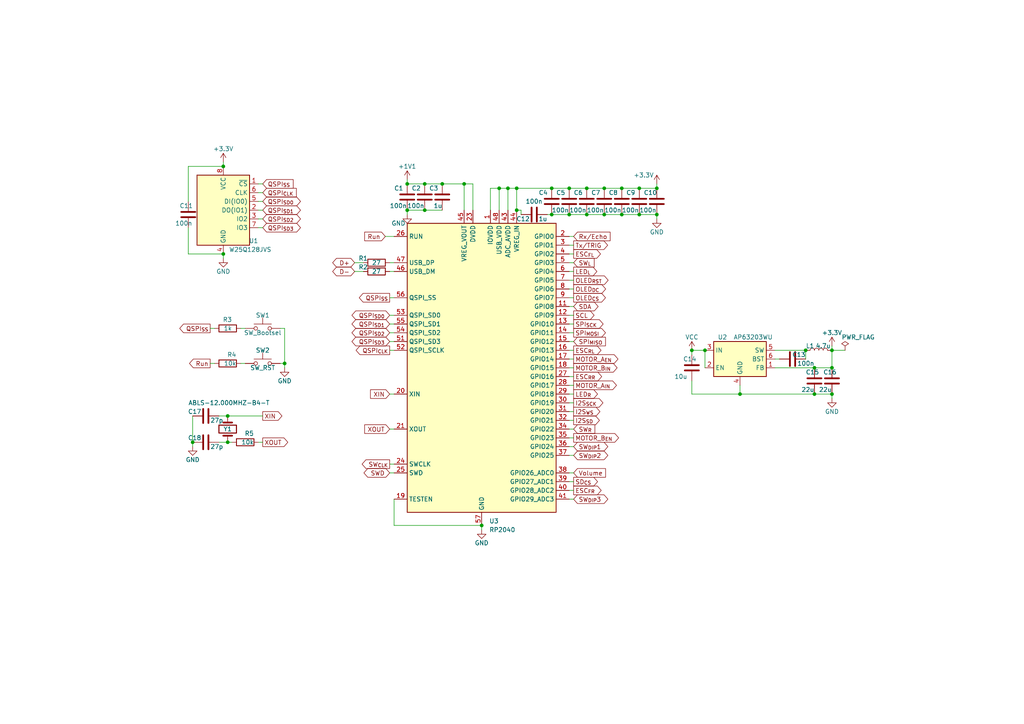
<source format=kicad_sch>
(kicad_sch (version 20230121) (generator eeschema)
  (paper "A4")
  (lib_symbols
    (symbol "Device:C" (pin_numbers hide) (pin_names (offset 0.254))
      (property "Reference" "C" (at 0.635 2.54 0))
      (property "Value" "C" (at 0.635 -2.54 0))
      (symbol "C_0_1"
        (polyline (pts (xy -2.032 -0.762) (xy 2.032 -0.762)) (stroke (width 0.508)))
        (polyline (pts (xy -2.032 0.762) (xy 2.032 0.762)) (stroke (width 0.508)))
      )
      (symbol "C_1_1"
        (pin passive line (at 0 3.81 270) (length 2.794) (name "~") (number "1"))
        (pin passive line (at 0 -3.81 90) (length 2.794) (name "~") (number "2"))
      )
    )
    (symbol "Device:Crystal" (pin_numbers hide) (pin_names (offset 1.016) hide)
      (property "Reference" "Y" (at 0 3.81 0))
      (property "Value" "Crystal" (at 0 -3.81 0))
      (symbol "Crystal_0_1"
        (rectangle (start -1.143 2.54) (end 1.143 -2.54) (stroke (width 0.3048)))
        (polyline (pts (xy -2.54 0) (xy -1.905 0)))
        (polyline (pts (xy -1.905 -1.27) (xy -1.905 1.27)) (stroke (width 0.508)))
        (polyline (pts (xy 1.905 -1.27) (xy 1.905 1.27)) (stroke (width 0.508)))
        (polyline (pts (xy 2.54 0) (xy 1.905 0)))
      )
      (symbol "Crystal_1_1"
        (pin passive line (at -3.81 0 0) (length 1.27) (name "1") (number "1"))
        (pin passive line (at 3.81 0 180) (length 1.27) (name "2") (number "2"))
      )
    )
    (symbol "Device:L" (pin_numbers hide) (pin_names (offset 1.016) hide)
      (property "Reference" "L" (at -1.27 0 90))
      (property "Value" "L" (at 1.905 0 90))
      (symbol "L_0_1"
        (arc (start 0 -2.54) (mid 0.6323 -1.905) (end 0 -1.27))
        (arc (start 0 -1.27) (mid 0.6323 -0.635) (end 0 0))
        (arc (start 0 0) (mid 0.6323 0.635) (end 0 1.27))
        (arc (start 0 1.27) (mid 0.6323 1.905) (end 0 2.54))
      )
      (symbol "L_1_1"
        (pin passive line (at 0 3.81 270) (length 1.27) (name "1") (number "1"))
        (pin passive line (at 0 -3.81 90) (length 1.27) (name "2") (number "2"))
      )
    )
    (symbol "Device:R" (pin_numbers hide) (pin_names (offset 0))
      (property "Reference" "R" (at 2.032 0 90))
      (property "Value" "R" (at 0 0 90))
      (symbol "R_0_1"
        (rectangle (start -1.016 -2.54) (end 1.016 2.54) (stroke (width 0.254)))
      )
      (symbol "R_1_1"
        (pin passive line (at 0 3.81 270) (length 1.27) (name "~") (number "1"))
        (pin passive line (at 0 -3.81 90) (length 1.27) (name "~") (number "2"))
      )
    )
    (symbol "MCU_RaspberryPi:RP2040"
      (property "Reference" "U" (at 17.78 45.72 0))
      (property "Value" "RP2040" (at 17.78 43.18 0))
      (symbol "RP2040_0_1"
        (rectangle (start -21.59 41.91) (end 21.59 -41.91) (stroke (width 0.254)) (fill (type background)))
      )
      (symbol "RP2040_1_1"
        (pin power_in line (at 2.54 45.72 270) (length 3.81) (name "IOVDD") (number "1"))
        (pin passive line (at 2.54 45.72 270) (length 3.81) hide (name "IOVDD") (number "10"))
        (pin bidirectional line (at 25.4 17.78 180) (length 3.81) (name "GPIO8") (number "11"))
        (pin bidirectional line (at 25.4 15.24 180) (length 3.81) (name "GPIO9") (number "12"))
        (pin bidirectional line (at 25.4 12.7 180) (length 3.81) (name "GPIO10") (number "13"))
        (pin bidirectional line (at 25.4 10.16 180) (length 3.81) (name "GPIO11") (number "14"))
        (pin bidirectional line (at 25.4 7.62 180) (length 3.81) (name "GPIO12") (number "15"))
        (pin bidirectional line (at 25.4 5.08 180) (length 3.81) (name "GPIO13") (number "16"))
        (pin bidirectional line (at 25.4 2.54 180) (length 3.81) (name "GPIO14") (number "17"))
        (pin bidirectional line (at 25.4 0 180) (length 3.81) (name "GPIO15") (number "18"))
        (pin input line (at -25.4 -38.1 0) (length 3.81) (name "TESTEN") (number "19"))
        (pin bidirectional line (at 25.4 38.1 180) (length 3.81) (name "GPIO0") (number "2"))
        (pin input line (at -25.4 -7.62 0) (length 3.81) (name "XIN") (number "20"))
        (pin passive line (at -25.4 -17.78 0) (length 3.81) (name "XOUT") (number "21"))
        (pin passive line (at 2.54 45.72 270) (length 3.81) hide (name "IOVDD") (number "22"))
        (pin power_in line (at -2.54 45.72 270) (length 3.81) (name "DVDD") (number "23"))
        (pin input line (at -25.4 -27.94 0) (length 3.81) (name "SWCLK") (number "24"))
        (pin bidirectional line (at -25.4 -30.48 0) (length 3.81) (name "SWD") (number "25"))
        (pin input line (at -25.4 38.1 0) (length 3.81) (name "RUN") (number "26"))
        (pin bidirectional line (at 25.4 -2.54 180) (length 3.81) (name "GPIO16") (number "27"))
        (pin bidirectional line (at 25.4 -5.08 180) (length 3.81) (name "GPIO17") (number "28"))
        (pin bidirectional line (at 25.4 -7.62 180) (length 3.81) (name "GPIO18") (number "29"))
        (pin bidirectional line (at 25.4 35.56 180) (length 3.81) (name "GPIO1") (number "3"))
        (pin bidirectional line (at 25.4 -10.16 180) (length 3.81) (name "GPIO19") (number "30"))
        (pin bidirectional line (at 25.4 -12.7 180) (length 3.81) (name "GPIO20") (number "31"))
        (pin bidirectional line (at 25.4 -15.24 180) (length 3.81) (name "GPIO21") (number "32"))
        (pin passive line (at 2.54 45.72 270) (length 3.81) hide (name "IOVDD") (number "33"))
        (pin bidirectional line (at 25.4 -17.78 180) (length 3.81) (name "GPIO22") (number "34"))
        (pin bidirectional line (at 25.4 -20.32 180) (length 3.81) (name "GPIO23") (number "35"))
        (pin bidirectional line (at 25.4 -22.86 180) (length 3.81) (name "GPIO24") (number "36"))
        (pin bidirectional line (at 25.4 -25.4 180) (length 3.81) (name "GPIO25") (number "37"))
        (pin bidirectional line (at 25.4 -30.48 180) (length 3.81) (name "GPIO26_ADC0") (number "38"))
        (pin bidirectional line (at 25.4 -33.02 180) (length 3.81) (name "GPIO27_ADC1") (number "39"))
        (pin bidirectional line (at 25.4 33.02 180) (length 3.81) (name "GPIO2") (number "4"))
        (pin bidirectional line (at 25.4 -35.56 180) (length 3.81) (name "GPIO28_ADC2") (number "40"))
        (pin bidirectional line (at 25.4 -38.1 180) (length 3.81) (name "GPIO29_ADC3") (number "41"))
        (pin passive line (at 2.54 45.72 270) (length 3.81) hide (name "IOVDD") (number "42"))
        (pin power_in line (at 7.62 45.72 270) (length 3.81) (name "ADC_AVDD") (number "43"))
        (pin power_in line (at 10.16 45.72 270) (length 3.81) (name "VREG_IN") (number "44"))
        (pin power_out line (at -5.08 45.72 270) (length 3.81) (name "VREG_VOUT") (number "45"))
        (pin bidirectional line (at -25.4 27.94 0) (length 3.81) (name "USB_DM") (number "46"))
        (pin bidirectional line (at -25.4 30.48 0) (length 3.81) (name "USB_DP") (number "47"))
        (pin power_in line (at 5.08 45.72 270) (length 3.81) (name "USB_VDD") (number "48"))
        (pin passive line (at 2.54 45.72 270) (length 3.81) hide (name "IOVDD") (number "49"))
        (pin bidirectional line (at 25.4 30.48 180) (length 3.81) (name "GPIO3") (number "5"))
        (pin passive line (at -2.54 45.72 270) (length 3.81) hide (name "DVDD") (number "50"))
        (pin bidirectional line (at -25.4 7.62 0) (length 3.81) (name "QSPI_SD3") (number "51"))
        (pin output line (at -25.4 5.08 0) (length 3.81) (name "QSPI_SCLK") (number "52"))
        (pin bidirectional line (at -25.4 15.24 0) (length 3.81) (name "QSPI_SD0") (number "53"))
        (pin bidirectional line (at -25.4 10.16 0) (length 3.81) (name "QSPI_SD2") (number "54"))
        (pin bidirectional line (at -25.4 12.7 0) (length 3.81) (name "QSPI_SD1") (number "55"))
        (pin bidirectional line (at -25.4 20.32 0) (length 3.81) (name "QSPI_SS") (number "56"))
        (pin power_in line (at 0 -45.72 90) (length 3.81) (name "GND") (number "57"))
        (pin bidirectional line (at 25.4 27.94 180) (length 3.81) (name "GPIO4") (number "6"))
        (pin bidirectional line (at 25.4 25.4 180) (length 3.81) (name "GPIO5") (number "7"))
        (pin bidirectional line (at 25.4 22.86 180) (length 3.81) (name "GPIO6") (number "8"))
        (pin bidirectional line (at 25.4 20.32 180) (length 3.81) (name "GPIO7") (number "9"))
      )
    )
    (symbol "Memory_Flash:W25Q128JVS"
      (property "Reference" "U" (at -8.89 8.89 0))
      (property "Value" "W25Q128JVS" (at 7.62 8.89 0))
      (symbol "W25Q128JVS_0_1"
        (rectangle (start -7.62 10.16) (end 7.62 -10.16) (stroke (width 0.254)) (fill (type background)))
      )
      (symbol "W25Q128JVS_1_1"
        (pin input line (at -10.16 7.62 0) (length 2.54) (name "~{CS}") (number "1"))
        (pin bidirectional line (at -10.16 0 0) (length 2.54) (name "DO(IO1)") (number "2"))
        (pin bidirectional line (at -10.16 -2.54 0) (length 2.54) (name "IO2") (number "3"))
        (pin power_in line (at 0 -12.7 90) (length 2.54) (name "GND") (number "4"))
        (pin bidirectional line (at -10.16 2.54 0) (length 2.54) (name "DI(IO0)") (number "5"))
        (pin input line (at -10.16 5.08 0) (length 2.54) (name "CLK") (number "6"))
        (pin bidirectional line (at -10.16 -5.08 0) (length 2.54) (name "IO3") (number "7"))
        (pin power_in line (at 0 12.7 270) (length 2.54) (name "VCC") (number "8"))
      )
    )
    (symbol "Regulator_Switching:AP63203WU"
      (property "Reference" "U" (at -7.62 6.35 0))
      (property "Value" "AP63203WU" (at 2.54 6.35 0))
      (symbol "AP63203WU_0_1"
        (rectangle (start -7.62 5.08) (end 7.62 -5.08) (stroke (width 0.254)) (fill (type background)))
      )
      (symbol "AP63203WU_1_1"
        (pin input line (at 10.16 -2.54 180) (length 2.54) (name "FB") (number "1"))
        (pin input line (at -10.16 -2.54 0) (length 2.54) (name "EN") (number "2"))
        (pin power_in line (at -10.16 2.54 0) (length 2.54) (name "IN") (number "3"))
        (pin power_in line (at 0 -7.62 90) (length 2.54) (name "GND") (number "4"))
        (pin output line (at 10.16 2.54 180) (length 2.54) (name "SW") (number "5"))
        (pin passive line (at 10.16 0 180) (length 2.54) (name "BST") (number "6"))
      )
    )
    (symbol "Switch:SW_Push" (pin_numbers hide) (pin_names (offset 1.016) hide)
      (property "Reference" "SW" (at 1.27 2.54 0))
      (property "Value" "SW_Push" (at 0 -1.524 0))
      (symbol "SW_Push_0_1"
        (circle (center -2.032 0) (radius 0.508))
        (polyline (pts (xy 0 1.27) (xy 0 3.048)))
        (polyline (pts (xy 2.54 1.27) (xy -2.54 1.27)))
        (circle (center 2.032 0) (radius 0.508))
        (pin passive line (at -5.08 0 0) (length 2.54) (name "1") (number "1"))
        (pin passive line (at 5.08 0 180) (length 2.54) (name "2") (number "2"))
      )
    )
    (symbol "power:+1V1" (power) (pin_names (offset 0))
      (property "Value" "+1V1" (at 0 3.556 0))
      (symbol "+1V1_0_1"
        (polyline (pts (xy -0.762 1.27) (xy 0 2.54)))
        (polyline (pts (xy 0 0) (xy 0 2.54)))
        (polyline (pts (xy 0 2.54) (xy 0.762 1.27)))
      )
      (symbol "+1V1_1_1"
        (pin power_in line (at 0 0 90) (length 0) hide (name "+1V1") (number "1"))
      )
    )
    (symbol "power:+3.3V" (power) (pin_names (offset 0))
      (property "Value" "+3.3V" (at 0 3.556 0))
      (symbol "+3.3V_0_1"
        (polyline (pts (xy -0.762 1.27) (xy 0 2.54)))
        (polyline (pts (xy 0 0) (xy 0 2.54)))
        (polyline (pts (xy 0 2.54) (xy 0.762 1.27)))
      )
      (symbol "+3.3V_1_1"
        (pin power_in line (at 0 0 90) (length 0) hide (name "+3.3V") (number "1"))
      )
    )
    (symbol "power:GND" (power) (pin_names (offset 0))
      (property "Value" "GND" (at 0 -3.81 0))
      (symbol "GND_0_1"
        (polyline (pts (xy 0 0) (xy 0 -1.27) (xy 1.27 -1.27) (xy 0 -2.54) (xy -1.27 -1.27) (xy 0 -1.27)))
      )
      (symbol "GND_1_1"
        (pin power_in line (at 0 0 270) (length 0) hide (name "GND") (number "1"))
      )
    )
    (symbol "power:PWR_FLAG" (power) (pin_numbers hide) (pin_names (offset 0) hide)
      (property "Value" "PWR_FLAG" (at 0 3.81 0))
      (symbol "PWR_FLAG_0_0"
        (pin power_out line (at 0 0 90) (length 0) (name "pwr") (number "1"))
      )
      (symbol "PWR_FLAG_0_1"
        (polyline (pts (xy 0 0) (xy 0 1.27) (xy -1.016 1.905) (xy 0 2.54) (xy 1.016 1.905) (xy 0 1.27)))
      )
    )
    (symbol "power:VCC" (power) (pin_names (offset 0))
      (property "Value" "VCC" (at 0 3.81 0))
      (symbol "VCC_0_1"
        (polyline (pts (xy -0.762 1.27) (xy 0 2.54)))
        (polyline (pts (xy 0 0) (xy 0 2.54)))
        (polyline (pts (xy 0 2.54) (xy 0.762 1.27)))
      )
      (symbol "VCC_1_1"
        (pin power_in line (at 0 0 90) (length 0) hide (name "VCC") (number "1"))
      )
    )
  )
  (junction (at 180.34 54.61))
  (junction (at 139.7 152.4))
  (junction (at 123.19 60.96))
  (junction (at 144.78 54.61))
  (junction (at 149.86 54.61))
  (junction (at 180.34 62.23))
  (junction (at 165.1 62.23))
  (junction (at 175.26 62.23))
  (junction (at 241.3 106.68))
  (junction (at 200.66 101.6))
  (junction (at 128.27 53.34))
  (junction (at 147.32 54.61))
  (junction (at 123.19 53.34))
  (junction (at 66.04 120.65))
  (junction (at 118.11 53.34))
  (junction (at 165.1 54.61))
  (junction (at 160.02 54.61))
  (junction (at 185.42 54.61))
  (junction (at 82.55 105.41))
  (junction (at 64.77 73.66))
  (junction (at 190.5 62.23))
  (junction (at 241.3 101.6))
  (junction (at 236.22 114.3))
  (junction (at 55.88 128.27))
  (junction (at 175.26 54.61))
  (junction (at 64.77 48.26))
  (junction (at 190.5 54.61))
  (junction (at 204.47 101.6))
  (junction (at 149.86 60.96))
  (junction (at 160.02 62.23))
  (junction (at 170.18 54.61))
  (junction (at 118.11 60.96))
  (junction (at 233.68 101.6))
  (junction (at 236.22 106.68))
  (junction (at 241.3 114.3))
  (junction (at 170.18 62.23))
  (junction (at 134.62 53.34))
  (junction (at 66.04 128.27))
  (junction (at 185.42 62.23))
  (junction (at 214.63 114.3))
  (wire (pts (xy 111.76 68.58) (xy 114.3 68.58)))
  (wire (pts (xy 151.13 60.96) (xy 149.86 60.96)))
  (wire (pts (xy 165.1 73.66) (xy 166.37 73.66)))
  (wire (pts (xy 134.62 53.34) (xy 137.16 53.34)))
  (wire (pts (xy 114.3 152.4) (xy 139.7 152.4)))
  (wire (pts (xy 113.03 91.44) (xy 114.3 91.44)))
  (wire (pts (xy 137.16 53.34) (xy 137.16 60.96)))
  (wire (pts (xy 165.1 129.54) (xy 166.37 129.54)))
  (wire (pts (xy 190.5 62.23) (xy 190.5 63.5)))
  (wire (pts (xy 170.18 54.61) (xy 165.1 54.61)))
  (wire (pts (xy 180.34 62.23) (xy 185.42 62.23)))
  (wire (pts (xy 55.88 128.27) (xy 55.88 129.54)))
  (wire (pts (xy 165.1 111.76) (xy 166.37 111.76)))
  (wire (pts (xy 165.1 119.38) (xy 166.37 119.38)))
  (wire (pts (xy 241.3 106.68) (xy 241.3 101.6)))
  (wire (pts (xy 200.66 110.49) (xy 200.66 114.3)))
  (wire (pts (xy 236.22 106.68) (xy 241.3 106.68)))
  (wire (pts (xy 149.86 54.61) (xy 149.86 60.96)))
  (wire (pts (xy 139.7 152.4) (xy 139.7 153.67)))
  (wire (pts (xy 74.93 58.42) (xy 76.2 58.42)))
  (wire (pts (xy 54.61 48.26) (xy 54.61 58.42)))
  (wire (pts (xy 165.1 139.7) (xy 166.37 139.7)))
  (wire (pts (xy 82.55 105.41) (xy 82.55 106.68)))
  (wire (pts (xy 165.1 96.52) (xy 166.37 96.52)))
  (wire (pts (xy 165.1 68.58) (xy 166.37 68.58)))
  (wire (pts (xy 241.3 114.3) (xy 241.3 115.57)))
  (wire (pts (xy 147.32 54.61) (xy 144.78 54.61)))
  (wire (pts (xy 63.5 120.65) (xy 66.04 120.65)))
  (wire (pts (xy 175.26 54.61) (xy 170.18 54.61)))
  (wire (pts (xy 113.03 101.6) (xy 114.3 101.6)))
  (wire (pts (xy 123.19 60.96) (xy 128.27 60.96)))
  (wire (pts (xy 113.03 76.2) (xy 114.3 76.2)))
  (wire (pts (xy 54.61 48.26) (xy 64.77 48.26)))
  (wire (pts (xy 165.1 88.9) (xy 166.37 88.9)))
  (wire (pts (xy 160.02 62.23) (xy 165.1 62.23)))
  (wire (pts (xy 60.96 95.25) (xy 62.23 95.25)))
  (wire (pts (xy 224.79 106.68) (xy 236.22 106.68)))
  (wire (pts (xy 54.61 73.66) (xy 64.77 73.66)))
  (wire (pts (xy 165.1 142.24) (xy 166.37 142.24)))
  (wire (pts (xy 123.19 53.34) (xy 128.27 53.34)))
  (wire (pts (xy 63.5 128.27) (xy 66.04 128.27)))
  (wire (pts (xy 64.77 73.66) (xy 64.77 74.93)))
  (wire (pts (xy 151.13 62.23) (xy 151.13 60.96)))
  (wire (pts (xy 241.3 101.6) (xy 245.11 101.6)))
  (wire (pts (xy 165.1 104.14) (xy 166.37 104.14)))
  (wire (pts (xy 214.63 111.76) (xy 214.63 114.3)))
  (wire (pts (xy 82.55 95.25) (xy 82.55 105.41)))
  (wire (pts (xy 69.85 95.25) (xy 71.12 95.25)))
  (wire (pts (xy 165.1 93.98) (xy 166.37 93.98)))
  (wire (pts (xy 214.63 114.3) (xy 236.22 114.3)))
  (wire (pts (xy 165.1 124.46) (xy 166.37 124.46)))
  (wire (pts (xy 165.1 99.06) (xy 166.37 99.06)))
  (wire (pts (xy 118.11 60.96) (xy 123.19 60.96)))
  (wire (pts (xy 170.18 62.23) (xy 175.26 62.23)))
  (wire (pts (xy 165.1 78.74) (xy 166.37 78.74)))
  (wire (pts (xy 102.87 76.2) (xy 105.41 76.2)))
  (wire (pts (xy 165.1 101.6) (xy 166.37 101.6)))
  (wire (pts (xy 233.68 101.6) (xy 233.68 104.14)))
  (wire (pts (xy 185.42 54.61) (xy 180.34 54.61)))
  (wire (pts (xy 165.1 127) (xy 166.37 127)))
  (wire (pts (xy 81.28 95.25) (xy 82.55 95.25)))
  (wire (pts (xy 149.86 54.61) (xy 160.02 54.61)))
  (wire (pts (xy 102.87 78.74) (xy 105.41 78.74)))
  (wire (pts (xy 113.03 78.74) (xy 114.3 78.74)))
  (wire (pts (xy 81.28 105.41) (xy 82.55 105.41)))
  (wire (pts (xy 204.47 101.6) (xy 204.47 106.68)))
  (wire (pts (xy 165.1 106.68) (xy 166.37 106.68)))
  (wire (pts (xy 69.85 105.41) (xy 71.12 105.41)))
  (wire (pts (xy 165.1 54.61) (xy 160.02 54.61)))
  (wire (pts (xy 165.1 91.44) (xy 166.37 91.44)))
  (wire (pts (xy 74.93 55.88) (xy 76.2 55.88)))
  (wire (pts (xy 165.1 114.3) (xy 166.37 114.3)))
  (wire (pts (xy 165.1 71.12) (xy 166.37 71.12)))
  (wire (pts (xy 224.79 101.6) (xy 233.68 101.6)))
  (wire (pts (xy 113.03 134.62) (xy 114.3 134.62)))
  (wire (pts (xy 190.5 53.34) (xy 190.5 54.61)))
  (wire (pts (xy 74.93 53.34) (xy 76.2 53.34)))
  (wire (pts (xy 180.34 54.61) (xy 175.26 54.61)))
  (wire (pts (xy 175.26 62.23) (xy 180.34 62.23)))
  (wire (pts (xy 147.32 54.61) (xy 147.32 60.96)))
  (wire (pts (xy 54.61 66.04) (xy 54.61 73.66)))
  (wire (pts (xy 55.88 120.65) (xy 55.88 128.27)))
  (wire (pts (xy 165.1 137.16) (xy 166.37 137.16)))
  (wire (pts (xy 118.11 52.07) (xy 118.11 53.34)))
  (wire (pts (xy 74.93 63.5) (xy 76.2 63.5)))
  (wire (pts (xy 118.11 53.34) (xy 123.19 53.34)))
  (wire (pts (xy 74.93 66.04) (xy 76.2 66.04)))
  (wire (pts (xy 113.03 114.3) (xy 114.3 114.3)))
  (wire (pts (xy 236.22 114.3) (xy 241.3 114.3)))
  (wire (pts (xy 74.93 60.96) (xy 76.2 60.96)))
  (wire (pts (xy 165.1 144.78) (xy 166.37 144.78)))
  (wire (pts (xy 200.66 101.6) (xy 204.47 101.6)))
  (wire (pts (xy 144.78 54.61) (xy 142.24 54.61)))
  (wire (pts (xy 200.66 101.6) (xy 200.66 102.87)))
  (wire (pts (xy 190.5 54.61) (xy 185.42 54.61)))
  (wire (pts (xy 134.62 53.34) (xy 134.62 60.96)))
  (wire (pts (xy 165.1 116.84) (xy 166.37 116.84)))
  (wire (pts (xy 165.1 76.2) (xy 166.37 76.2)))
  (wire (pts (xy 113.03 93.98) (xy 114.3 93.98)))
  (wire (pts (xy 185.42 62.23) (xy 190.5 62.23)))
  (wire (pts (xy 113.03 99.06) (xy 114.3 99.06)))
  (wire (pts (xy 64.77 46.99) (xy 64.77 48.26)))
  (wire (pts (xy 114.3 144.78) (xy 114.3 152.4)))
  (wire (pts (xy 165.1 83.82) (xy 166.37 83.82)))
  (wire (pts (xy 74.93 128.27) (xy 76.2 128.27)))
  (wire (pts (xy 165.1 62.23) (xy 170.18 62.23)))
  (wire (pts (xy 158.75 62.23) (xy 160.02 62.23)))
  (wire (pts (xy 144.78 54.61) (xy 144.78 60.96)))
  (wire (pts (xy 241.3 100.33) (xy 241.3 101.6)))
  (wire (pts (xy 165.1 121.92) (xy 166.37 121.92)))
  (wire (pts (xy 66.04 128.27) (xy 67.31 128.27)))
  (wire (pts (xy 200.66 114.3) (xy 214.63 114.3)))
  (wire (pts (xy 113.03 96.52) (xy 114.3 96.52)))
  (wire (pts (xy 60.96 105.41) (xy 62.23 105.41)))
  (wire (pts (xy 118.11 60.96) (xy 118.11 62.23)))
  (wire (pts (xy 113.03 124.46) (xy 114.3 124.46)))
  (wire (pts (xy 165.1 86.36) (xy 166.37 86.36)))
  (wire (pts (xy 165.1 132.08) (xy 166.37 132.08)))
  (wire (pts (xy 66.04 120.65) (xy 76.2 120.65)))
  (wire (pts (xy 165.1 109.22) (xy 166.37 109.22)))
  (wire (pts (xy 149.86 54.61) (xy 147.32 54.61)))
  (wire (pts (xy 224.79 104.14) (xy 226.06 104.14)))
  (wire (pts (xy 113.03 137.16) (xy 114.3 137.16)))
  (wire (pts (xy 165.1 81.28) (xy 166.37 81.28)))
  (wire (pts (xy 128.27 53.34) (xy 134.62 53.34)))
  (wire (pts (xy 142.24 54.61) (xy 142.24 60.96)))
  (wire (pts (xy 113.03 86.36) (xy 114.3 86.36)))
  (global_label "MOTOR_A_{IN}" (shape output) (at 166.37 111.76 0) (property "Intersheetrefs" "${INTERSHEET_REFS}" (effects hide)))
  (global_label "QSPI_{SD2}" (shape bidirectional) (at 76.2 63.5 0) (property "Intersheetrefs" "${INTERSHEET_REFS}" (effects hide)))
  (global_label "D+" (shape bidirectional) (at 102.87 76.2 180) (property "Intersheetrefs" "${INTERSHEET_REFS}" (effects hide)))
  (global_label "OLED_{DC}" (shape output) (at 166.37 83.82 0) (property "Intersheetrefs" "${INTERSHEET_REFS}" (effects hide)))
  (global_label "QSPI_{SD2}" (shape bidirectional) (at 113.03 96.52 180) (property "Intersheetrefs" "${INTERSHEET_REFS}" (effects hide)))
  (global_label "SDA" (shape bidirectional) (at 166.37 88.9 0) (property "Intersheetrefs" "${INTERSHEET_REFS}" (effects hide)))
  (global_label "SPI_{SCK}" (shape output) (at 166.37 93.98 0) (property "Intersheetrefs" "${INTERSHEET_REFS}" (effects hide)))
  (global_label "QSPI_{CLK}" (shape output) (at 113.03 101.6 180) (property "Intersheetrefs" "${INTERSHEET_REFS}" (effects hide)))
  (global_label "OLED_{CS}" (shape output) (at 166.37 86.36 0) (property "Intersheetrefs" "${INTERSHEET_REFS}" (effects hide)))
  (global_label "Tx{slash}TRIG" (shape output) (at 166.37 71.12 0) (property "Intersheetrefs" "${INTERSHEET_REFS}" (effects hide)))
  (global_label "SD_{CS}" (shape output) (at 166.37 139.7 0) (property "Intersheetrefs" "${INTERSHEET_REFS}" (effects hide)))
  (global_label "Rx{slash}Echo" (shape input) (at 166.37 68.58 0) (property "Intersheetrefs" "${INTERSHEET_REFS}" (effects hide)))
  (global_label "XOUT" (shape output) (at 76.2 128.27 0) (property "Intersheetrefs" "${INTERSHEET_REFS}" (effects hide)))
  (global_label "ESC_{FL}" (shape output) (at 166.37 73.66 0) (property "Intersheetrefs" "${INTERSHEET_REFS}" (effects hide)))
  (global_label "SW_{CLK}" (shape output) (at 113.03 134.62 180) (property "Intersheetrefs" "${INTERSHEET_REFS}" (effects hide)))
  (global_label "QSPI_{SD3}" (shape bidirectional) (at 113.03 99.06 180) (property "Intersheetrefs" "${INTERSHEET_REFS}" (effects hide)))
  (global_label "QSPI_{SS}" (shape output) (at 60.96 95.25 180) (property "Intersheetrefs" "${INTERSHEET_REFS}" (effects hide)))
  (global_label "ESC_{FR}" (shape output) (at 166.37 142.24 0) (property "Intersheetrefs" "${INTERSHEET_REFS}" (effects hide)))
  (global_label "SW_{DIP}1" (shape bidirectional) (at 166.37 129.54 0) (property "Intersheetrefs" "${INTERSHEET_REFS}" (effects hide)))
  (global_label "QSPI_{SD0}" (shape bidirectional) (at 76.2 58.42 0) (property "Intersheetrefs" "${INTERSHEET_REFS}" (effects hide)))
  (global_label "LED_{R}" (shape output) (at 166.37 114.3 0) (property "Intersheetrefs" "${INTERSHEET_REFS}" (effects hide)))
  (global_label "D-" (shape bidirectional) (at 102.87 78.74 180) (property "Intersheetrefs" "${INTERSHEET_REFS}" (effects hide)))
  (global_label "SW_{L}" (shape input) (at 166.37 76.2 0) (property "Intersheetrefs" "${INTERSHEET_REFS}" (effects hide)))
  (global_label "OLED_{RST}" (shape output) (at 166.37 81.28 0) (property "Intersheetrefs" "${INTERSHEET_REFS}" (effects hide)))
  (global_label "XIN" (shape input) (at 113.03 114.3 180) (property "Intersheetrefs" "${INTERSHEET_REFS}" (effects hide)))
  (global_label "SW_{R}" (shape input) (at 166.37 124.46 0) (property "Intersheetrefs" "${INTERSHEET_REFS}" (effects hide)))
  (global_label "XOUT" (shape input) (at 113.03 124.46 180) (property "Intersheetrefs" "${INTERSHEET_REFS}" (effects hide)))
  (global_label "QSPI_{CLK}" (shape input) (at 76.2 55.88 0) (property "Intersheetrefs" "${INTERSHEET_REFS}" (effects hide)))
  (global_label "I2S_{SD}" (shape output) (at 166.37 121.92 0) (property "Intersheetrefs" "${INTERSHEET_REFS}" (effects hide)))
  (global_label "QSPI_{SD1}" (shape bidirectional) (at 113.03 93.98 180) (property "Intersheetrefs" "${INTERSHEET_REFS}" (effects hide)))
  (global_label "QSPI_{SD0}" (shape bidirectional) (at 113.03 91.44 180) (property "Intersheetrefs" "${INTERSHEET_REFS}" (effects hide)))
  (global_label "SPI_{MISO}" (shape input) (at 166.37 99.06 0) (property "Intersheetrefs" "${INTERSHEET_REFS}" (effects hide)))
  (global_label "MOTOR_B_{EN}" (shape output) (at 166.37 127 0) (property "Intersheetrefs" "${INTERSHEET_REFS}" (effects hide)))
  (global_label "MOTOR_B_{IN}" (shape output) (at 166.37 106.68 0) (property "Intersheetrefs" "${INTERSHEET_REFS}" (effects hide)))
  (global_label "Run" (shape output) (at 60.96 105.41 180) (property "Intersheetrefs" "${INTERSHEET_REFS}" (effects hide)))
  (global_label "QSPI_{SS}" (shape output) (at 113.03 86.36 180) (property "Intersheetrefs" "${INTERSHEET_REFS}" (effects hide)))
  (global_label "Run" (shape input) (at 111.76 68.58 180) (property "Intersheetrefs" "${INTERSHEET_REFS}" (effects hide)))
  (global_label "I2S_{SCK}" (shape output) (at 166.37 116.84 0) (property "Intersheetrefs" "${INTERSHEET_REFS}" (effects hide)))
  (global_label "QSPI_{SS}" (shape input) (at 76.2 53.34 0) (property "Intersheetrefs" "${INTERSHEET_REFS}" (effects hide)))
  (global_label "Volume" (shape input) (at 166.37 137.16 0) (property "Intersheetrefs" "${INTERSHEET_REFS}" (effects hide)))
  (global_label "ESC_{RR}" (shape output) (at 166.37 109.22 0) (property "Intersheetrefs" "${INTERSHEET_REFS}" (effects hide)))
  (global_label "SWD" (shape bidirectional) (at 113.03 137.16 180) (property "Intersheetrefs" "${INTERSHEET_REFS}" (effects hide)))
  (global_label "SW_{DIP}3" (shape bidirectional) (at 166.37 144.78 0) (property "Intersheetrefs" "${INTERSHEET_REFS}" (effects hide)))
  (global_label "ESC_{RL}" (shape output) (at 166.37 101.6 0) (property "Intersheetrefs" "${INTERSHEET_REFS}" (effects hide)))
  (global_label "QSPI_{SD3}" (shape bidirectional) (at 76.2 66.04 0) (property "Intersheetrefs" "${INTERSHEET_REFS}" (effects hide)))
  (global_label "MOTOR_A_{EN}" (shape output) (at 166.37 104.14 0) (property "Intersheetrefs" "${INTERSHEET_REFS}" (effects hide)))
  (global_label "SPI_{MOSI}" (shape output) (at 166.37 96.52 0) (property "Intersheetrefs" "${INTERSHEET_REFS}" (effects hide)))
  (global_label "XIN" (shape output) (at 76.2 120.65 0) (property "Intersheetrefs" "${INTERSHEET_REFS}" (effects hide)))
  (global_label "QSPI_{SD1}" (shape bidirectional) (at 76.2 60.96 0) (property "Intersheetrefs" "${INTERSHEET_REFS}" (effects hide)))
  (global_label "I2S_{WS}" (shape output) (at 166.37 119.38 0) (property "Intersheetrefs" "${INTERSHEET_REFS}" (effects hide)))
  (global_label "SCL" (shape output) (at 166.37 91.44 0) (property "Intersheetrefs" "${INTERSHEET_REFS}" (effects hide)))
  (global_label "LED_{L}" (shape output) (at 166.37 78.74 0) (property "Intersheetrefs" "${INTERSHEET_REFS}" (effects hide)))
  (global_label "SW_{DIP}2" (shape bidirectional) (at 166.37 132.08 0) (property "Intersheetrefs" "${INTERSHEET_REFS}" (effects hide)))
  (symbol (lib_id "power:GND") (at 139.7 153.67 0) (unit 1)
    (property "Reference" "#PWR012" (effects hide))
    (property "Value" "GND" (at 139.7 157.48 0))
  )
  (symbol (lib_id "Device:R") (at 66.04 105.41 90) (unit 1)
    (property "Reference" "R4" (at 68.58 102.87 90) (effects (justify left)))
    (property "Value" "10k" (at 68.58 105.41 90) (effects (justify left)))
    (property "Footprint" "Resistor_SMD:R_0603_1608Metric" (effects hide))
  )
  (symbol (lib_id "Device:R") (at 66.04 95.25 90) (unit 1)
    (property "Reference" "R3" (at 67.31 92.71 90) (effects (justify left)))
    (property "Value" "1k" (at 67.31 95.25 90) (effects (justify left)))
    (property "Footprint" "Resistor_SMD:R_0603_1608Metric" (effects hide))
  )
  (symbol (lib_id "Device:R") (at 71.12 128.27 90) (unit 1)
    (property "Reference" "R5" (at 73.66 125.73 90) (effects (justify left)))
    (property "Value" "10k" (at 73.66 128.27 90) (effects (justify left)))
    (property "Footprint" "Resistor_SMD:R_0603_1608Metric" (effects hide))
  )
  (symbol (lib_id "power:+3.3V") (at 190.5 53.34 0) (unit 1)
    (property "Reference" "#PWR03" (effects hide))
    (property "Value" "+3.3V" (at 186.69 50.8 0))
  )
  (symbol (lib_id "Device:R") (at 109.22 76.2 90) (unit 1)
    (property "Reference" "R1" (at 106.68 74.93 90) (effects (justify left)))
    (property "Value" "27" (at 110.49 76.2 90) (effects (justify left)))
    (property "Footprint" "Resistor_SMD:R_0603_1608Metric" (effects hide))
  )
  (symbol (lib_id "power:PWR_FLAG") (at 245.11 101.6 0) (unit 1)
    (property "Reference" "#FLG01" (effects hide))
    (property "Value" "PWR_FLAG" (at 248.92 97.79 0))
  )
  (symbol (lib_id "Device:C") (at 175.26 58.42 0) (unit 1)
    (property "Reference" "C7" (at 171.45 55.88 0) (effects (justify left)))
    (property "Value" "100n" (at 170.18 60.96 0) (effects (justify left)))
    (property "Footprint" "Capacitor_SMD:C_0201_0603Metric" (effects hide))
  )
  (symbol (lib_id "Regulator_Switching:AP63203WU") (at 214.63 104.14 0) (unit 1)
    (property "Reference" "U2" (at 209.55 97.79 0))
    (property "Value" "AP63203WU" (at 218.44 97.79 0))
    (property "Footprint" "Package_TO_SOT_SMD:TSOT-23-6" (effects hide))
    (property "Datasheet" "https://www.diodes.com/assets/Datasheets/AP63200-AP63201-AP63203-AP63205.pdf" (effects hide))
  )
  (symbol (lib_id "power:GND") (at 64.77 74.93 0) (unit 1)
    (property "Reference" "#PWR06" (effects hide))
    (property "Value" "GND" (at 64.77 78.74 0))
  )
  (symbol (lib_id "Device:C") (at 170.18 58.42 0) (unit 1)
    (property "Reference" "C6" (at 166.37 55.88 0) (effects (justify left)))
    (property "Value" "100n" (at 165.1 60.96 0) (effects (justify left)))
    (property "Footprint" "Capacitor_SMD:C_0201_0603Metric" (effects hide))
  )
  (symbol (lib_id "Device:C") (at 180.34 58.42 0) (unit 1)
    (property "Reference" "C8" (at 176.53 55.88 0) (effects (justify left)))
    (property "Value" "100n" (at 175.26 60.96 0) (effects (justify left)))
    (property "Footprint" "Capacitor_SMD:C_0201_0603Metric" (effects hide))
  )
  (symbol (lib_id "Device:C") (at 185.42 58.42 0) (unit 1)
    (property "Reference" "C9" (at 181.61 55.88 0) (effects (justify left)))
    (property "Value" "100n" (at 180.34 60.96 0) (effects (justify left)))
    (property "Footprint" "Capacitor_SMD:C_0201_0603Metric" (effects hide))
  )
  (symbol (lib_id "Device:C") (at 200.66 106.68 0) (unit 1)
    (property "Reference" "C14" (at 198.12 104.14 0) (effects (justify left)))
    (property "Value" "10u" (at 195.58 109.22 0) (effects (justify left)))
    (property "Footprint" "Capacitor_SMD:C_1206_3216Metric" (effects hide))
  )
  (symbol (lib_id "Device:C") (at 190.5 58.42 0) (unit 1)
    (property "Reference" "C10" (at 186.69 55.88 0) (effects (justify left)))
    (property "Value" "100n" (at 185.42 60.96 0) (effects (justify left)))
    (property "Footprint" "Capacitor_SMD:C_0201_0603Metric" (effects hide))
  )
  (symbol (lib_id "Device:C") (at 160.02 58.42 0) (unit 1)
    (property "Reference" "C4" (at 156.21 55.88 0) (effects (justify left)))
    (property "Value" "100n" (at 152.4 58.42 0) (effects (justify left)))
    (property "Footprint" "Capacitor_SMD:C_0201_0603Metric" (effects hide))
  )
  (symbol (lib_id "Memory_Flash:W25Q128JVS") (at 64.77 60.96 0) (mirror y) (unit 1)
    (property "Reference" "U1" (at 74.93 69.85 0) (effects (justify left)))
    (property "Value" "W25Q128JVS" (at 78.74 72.39 0) (effects (justify left)))
    (property "Footprint" "Package_SO:SOIC-8_5.23x5.23mm_P1.27mm" (effects hide))
    (property "Datasheet" "http://www.winbond.com/resource-files/w25q128jv_dtr%20revc%2003272018%20plus.pdf" (effects hide))
  )
  (symbol (lib_id "Device:L") (at 237.49 101.6 90) (unit 1)
    (property "Reference" "L1" (at 234.95 100.33 90))
    (property "Value" "4.7u" (at 238.76 100.33 90))
    (property "Footprint" "Capacitor_SMD:C_0603_1608Metric" (effects hide))
  )
  (symbol (lib_id "Device:C") (at 154.94 62.23 90) (unit 1)
    (property "Reference" "C12" (at 153.67 63.5 90) (effects (justify left)))
    (property "Value" "1u" (at 158.75 63.5 90) (effects (justify left)))
    (property "Footprint" "Capacitor_SMD:C_0201_0603Metric" (effects hide))
  )
  (symbol (lib_id "power:GND") (at 82.55 106.68 0) (unit 1)
    (property "Reference" "#PWR09" (effects hide))
    (property "Value" "GND" (at 82.55 110.49 0))
  )
  (symbol (lib_id "power:VCC") (at 200.66 101.6 0) (unit 1)
    (property "Reference" "#PWR08" (effects hide))
    (property "Value" "VCC" (at 200.66 97.79 0))
  )
  (symbol (lib_id "Switch:SW_Push") (at 76.2 95.25 0) (unit 1)
    (property "Reference" "SW1" (at 76.2 91.44 0))
    (property "Value" "SW_Bootsel" (at 76.2 96.52 0))
    (property "Footprint" "SW_SKRPACE010:SW_SKRPACE010" (effects hide))
  )
  (symbol (lib_id "Device:C") (at 59.69 120.65 90) (unit 1)
    (property "Reference" "C17" (at 58.42 119.38 90) (effects (justify left)))
    (property "Value" "27p" (at 64.77 121.92 90) (effects (justify left)))
    (property "Footprint" "Capacitor_SMD:C_0201_0603Metric" (effects hide))
  )
  (symbol (lib_id "Device:C") (at 59.69 128.27 90) (unit 1)
    (property "Reference" "C18" (at 58.42 127 90) (effects (justify left)))
    (property "Value" "27p" (at 64.77 129.54 90) (effects (justify left)))
    (property "Footprint" "Capacitor_SMD:C_0201_0603Metric" (effects hide))
  )
  (symbol (lib_id "Device:C") (at 241.3 110.49 0) (unit 1)
    (property "Reference" "C16" (at 238.76 107.95 0) (effects (justify left)))
    (property "Value" "22u" (at 237.49 113.03 0) (effects (justify left)))
    (property "Footprint" "Capacitor_SMD:C_0402_1005Metric" (effects hide))
  )
  (symbol (lib_id "power:GND") (at 241.3 115.57 0) (unit 1)
    (property "Reference" "#PWR010" (effects hide))
    (property "Value" "GND" (at 241.3 119.38 0))
  )
  (symbol (lib_id "power:GND") (at 118.11 62.23 0) (unit 1)
    (property "Reference" "#PWR04" (effects hide))
    (property "Value" "GND" (at 115.57 64.77 0))
  )
  (symbol (lib_id "MCU_RaspberryPi:RP2040") (at 139.7 106.68 0) (unit 1)
    (property "Reference" "U3" (at 141.8941 151.13 0) (effects (justify left)))
    (property "Value" "RP2040" (at 141.8941 153.67 0) (effects (justify left)))
    (property "Footprint" "Package_DFN_QFN:QFN-56-1EP_7x7mm_P0.4mm_EP3.2x3.2mm" (effects hide))
    (property "Datasheet" "https://datasheets.raspberrypi.com/rp2040/rp2040-datasheet.pdf" (effects hide))
  )
  (symbol (lib_id "Device:C") (at 229.87 104.14 90) (unit 1)
    (property "Reference" "C13" (at 233.68 102.87 90) (effects (justify left)))
    (property "Value" "100n" (at 236.22 105.41 90) (effects (justify left)))
    (property "Footprint" "Capacitor_SMD:C_0201_0603Metric" (effects hide))
  )
  (symbol (lib_id "Device:C") (at 236.22 110.49 0) (unit 1)
    (property "Reference" "C15" (at 233.68 107.95 0) (effects (justify left)))
    (property "Value" "22u" (at 232.41 113.03 0) (effects (justify left)))
    (property "Footprint" "Capacitor_SMD:C_0402_1005Metric" (effects hide))
  )
  (symbol (lib_id "Switch:SW_Push") (at 76.2 105.41 0) (unit 1)
    (property "Reference" "SW2" (at 76.2 101.6 0))
    (property "Value" "SW_RST" (at 76.2 106.68 0))
    (property "Footprint" "SW_SKRPACE010:SW_SKRPACE010" (effects hide))
  )
  (symbol (lib_id "Device:C") (at 128.27 57.15 0) (unit 1)
    (property "Reference" "C3" (at 124.46 54.61 0) (effects (justify left)))
    (property "Value" "1u" (at 125.73 59.69 0) (effects (justify left)))
    (property "Footprint" "Capacitor_SMD:C_0201_0603Metric" (effects hide))
  )
  (symbol (lib_id "Device:C") (at 123.19 57.15 0) (unit 1)
    (property "Reference" "C2" (at 119.38 54.61 0) (effects (justify left)))
    (property "Value" "100n" (at 118.11 59.69 0) (effects (justify left)))
    (property "Footprint" "Capacitor_SMD:C_0201_0603Metric" (effects hide))
  )
  (symbol (lib_id "power:+3.3V") (at 241.3 100.33 0) (unit 1)
    (property "Reference" "#PWR07" (effects hide))
    (property "Value" "+3.3V" (at 241.3 96.52 0))
  )
  (symbol (lib_id "power:GND") (at 190.5 63.5 0) (unit 1)
    (property "Reference" "#PWR05" (effects hide))
    (property "Value" "GND" (at 190.5 67.31 0))
  )
  (symbol (lib_id "Device:C") (at 165.1 58.42 0) (unit 1)
    (property "Reference" "C5" (at 161.29 55.88 0) (effects (justify left)))
    (property "Value" "100n" (at 160.02 60.96 0) (effects (justify left)))
    (property "Footprint" "Capacitor_SMD:C_0201_0603Metric" (effects hide))
  )
  (symbol (lib_id "power:+3.3V") (at 64.77 46.99 0) (unit 1)
    (property "Reference" "#PWR01" (effects hide))
    (property "Value" "+3.3V" (at 64.77 43.18 0))
  )
  (symbol (lib_id "Device:C") (at 54.61 62.23 0) (unit 1)
    (property "Reference" "C11" (at 52.07 59.69 0) (effects (justify left)))
    (property "Value" "100n" (at 50.8 64.77 0) (effects (justify left)))
    (property "Footprint" "Capacitor_SMD:C_0201_0603Metric" (effects hide))
  )
  (symbol (lib_id "power:GND") (at 55.88 129.54 0) (unit 1)
    (property "Reference" "#PWR011" (effects hide))
    (property "Value" "GND" (at 55.88 133.35 0))
  )
  (symbol (lib_id "power:+1V1") (at 118.11 52.07 0) (unit 1)
    (property "Reference" "#PWR02" (effects hide))
    (property "Value" "+1V1" (at 118.11 48.26 0))
  )
  (symbol (lib_id "Device:Crystal") (at 66.04 124.46 90) (unit 1)
    (property "Reference" "Y1" (at 64.77 124.46 90) (effects (justify right)))
    (property "Value" "ABLS-12.000MHZ-B4-T" (at 54.61 116.84 90) (effects (justify right)))
    (property "Footprint" "ABLS-12_000MHZ-B4-T:ABLS" (effects hide))
  )
  (symbol (lib_id "Device:C") (at 118.11 57.15 0) (unit 1)
    (property "Reference" "C1" (at 114.3 54.61 0) (effects (justify left)))
    (property "Value" "100n" (at 113.03 59.69 0) (effects (justify left)))
    (property "Footprint" "Capacitor_SMD:C_0201_0603Metric" (effects hide))
  )
  (symbol (lib_id "Device:R") (at 109.22 78.74 90) (unit 1)
    (property "Reference" "R2" (at 106.68 77.47 90) (effects (justify left)))
    (property "Value" "27" (at 110.49 78.74 90) (effects (justify left)))
    (property "Footprint" "Resistor_SMD:R_0603_1608Metric" (effects hide))
  )
)
</source>
